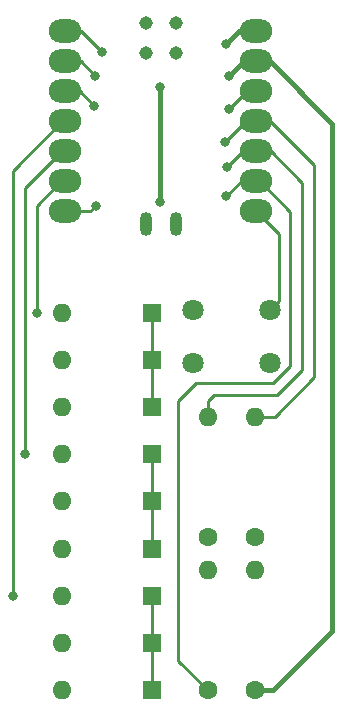
<source format=gtl>
%TF.GenerationSoftware,KiCad,Pcbnew,7.0.7*%
%TF.CreationDate,2024-02-05T11:19:36-08:00*%
%TF.ProjectId,Macro Pad 2 PCB,4d616372-6f20-4506-9164-203220504342,rev?*%
%TF.SameCoordinates,Original*%
%TF.FileFunction,Copper,L1,Top*%
%TF.FilePolarity,Positive*%
%FSLAX46Y46*%
G04 Gerber Fmt 4.6, Leading zero omitted, Abs format (unit mm)*
G04 Created by KiCad (PCBNEW 7.0.7) date 2024-02-05 11:19:36*
%MOMM*%
%LPD*%
G01*
G04 APERTURE LIST*
%TA.AperFunction,ComponentPad*%
%ADD10R,1.600000X1.600000*%
%TD*%
%TA.AperFunction,ComponentPad*%
%ADD11O,1.600000X1.600000*%
%TD*%
%TA.AperFunction,ComponentPad*%
%ADD12C,1.800000*%
%TD*%
%TA.AperFunction,ComponentPad*%
%ADD13C,1.600000*%
%TD*%
%TA.AperFunction,SMDPad,CuDef*%
%ADD14O,2.748280X1.998980*%
%TD*%
%TA.AperFunction,SMDPad,CuDef*%
%ADD15O,1.016000X2.032000*%
%TD*%
%TA.AperFunction,SMDPad,CuDef*%
%ADD16C,1.143000*%
%TD*%
%TA.AperFunction,ViaPad*%
%ADD17C,0.800000*%
%TD*%
%TA.AperFunction,Conductor*%
%ADD18C,0.254000*%
%TD*%
%TA.AperFunction,Conductor*%
%ADD19C,0.381000*%
%TD*%
G04 APERTURE END LIST*
D10*
%TO.P,D7,1,K*%
%TO.N,R0*%
X146280000Y-102000000D03*
D11*
%TO.P,D7,2,A*%
%TO.N,Net-(D7-A)*%
X138660000Y-102000000D03*
%TD*%
D10*
%TO.P,D8,1,K*%
%TO.N,R1*%
X146280000Y-90000000D03*
D11*
%TO.P,D8,2,A*%
%TO.N,Net-(D8-A)*%
X138660000Y-90000000D03*
%TD*%
D12*
%TO.P,SW1,1,A*%
%TO.N,Net-(U1-PB09_A7_D7_RX)*%
X156250000Y-77750000D03*
%TO.P,SW1,2,A*%
X149750000Y-82250000D03*
%TO.P,SW1,3,B*%
%TO.N,Net-(R5-Pad2)*%
X156250000Y-82250000D03*
%TO.P,SW1,4,B*%
X149750000Y-77750000D03*
%TD*%
D10*
%TO.P,D9,1,K*%
%TO.N,R2*%
X146280000Y-78000000D03*
D11*
%TO.P,D9,2,A*%
%TO.N,Net-(D9-A)*%
X138660000Y-78000000D03*
%TD*%
D13*
%TO.P,R2,1*%
%TO.N,+3.3V*%
X151000000Y-97000000D03*
D11*
%TO.P,R2,2*%
%TO.N,C1*%
X151000000Y-86840000D03*
%TD*%
D14*
%TO.P,U1,1,PA02_A0_D0*%
%TO.N,A0*%
X138920000Y-54190000D03*
%TO.P,U1,2,PA4_A1_D1*%
%TO.N,A1*%
X138920000Y-56730000D03*
%TO.P,U1,3,PA10_A2_D2*%
%TO.N,A2*%
X138920000Y-59270000D03*
%TO.P,U1,4,PA11_A3_D3*%
%TO.N,R0*%
X138920000Y-61810000D03*
%TO.P,U1,5,PA8_A4_D4_SDA*%
%TO.N,R1*%
X138920000Y-64350000D03*
%TO.P,U1,6,PA9_A5_D5_SCL*%
%TO.N,R2*%
X138920000Y-66890000D03*
%TO.P,U1,7,PB08_A6_D6_TX*%
%TO.N,DLED*%
X138920000Y-69430000D03*
%TO.P,U1,8,PB09_A7_D7_RX*%
%TO.N,Net-(U1-PB09_A7_D7_RX)*%
X155084560Y-69430000D03*
%TO.P,U1,9,PA7_A8_D8_SCK*%
%TO.N,C2*%
X155084560Y-66890000D03*
%TO.P,U1,10,PA5_A9_D9_MISO*%
%TO.N,C1*%
X155084560Y-64350000D03*
%TO.P,U1,11,PA6_A10_D10_MOSI*%
%TO.N,C0*%
X155084560Y-61810000D03*
%TO.P,U1,12,3V3*%
%TO.N,+3.3V*%
X155084560Y-59270000D03*
%TO.P,U1,13,GND*%
%TO.N,GND*%
X155084560Y-56730000D03*
%TO.P,U1,14,5V*%
%TO.N,+5V*%
X155084560Y-54190000D03*
D15*
%TO.P,U1,15*%
%TO.N,N/C*%
X145786880Y-70507820D03*
%TO.P,U1,16*%
X148336880Y-70507820D03*
D16*
%TO.P,U1,17*%
X145785683Y-53503633D03*
%TO.P,U1,18*%
X148325683Y-53503633D03*
%TO.P,U1,19*%
X145785683Y-56043633D03*
%TO.P,U1,20*%
X148325683Y-56043633D03*
%TD*%
D10*
%TO.P,D2,1,K*%
%TO.N,R1*%
X146280000Y-98000000D03*
D11*
%TO.P,D2,2,A*%
%TO.N,Net-(D2-A)*%
X138660000Y-98000000D03*
%TD*%
D10*
%TO.P,D1,1,K*%
%TO.N,R0*%
X146280000Y-110000000D03*
D11*
%TO.P,D1,2,A*%
%TO.N,Net-(D1-A)*%
X138660000Y-110000000D03*
%TD*%
D10*
%TO.P,D6,1,K*%
%TO.N,R2*%
X146280000Y-82000000D03*
D11*
%TO.P,D6,2,A*%
%TO.N,Net-(D6-A)*%
X138660000Y-82000000D03*
%TD*%
D10*
%TO.P,D3,1,K*%
%TO.N,R2*%
X146280000Y-86000000D03*
D11*
%TO.P,D3,2,A*%
%TO.N,Net-(D3-A)*%
X138660000Y-86000000D03*
%TD*%
D10*
%TO.P,D4,1,K*%
%TO.N,R0*%
X146280000Y-106000000D03*
D11*
%TO.P,D4,2,A*%
%TO.N,Net-(D4-A)*%
X138660000Y-106000000D03*
%TD*%
D13*
%TO.P,R1,1*%
%TO.N,+3.3V*%
X155000000Y-97000000D03*
D11*
%TO.P,R1,2*%
%TO.N,C0*%
X155000000Y-86840000D03*
%TD*%
D13*
%TO.P,R3,1*%
%TO.N,C2*%
X151000000Y-110000000D03*
D11*
%TO.P,R3,2*%
%TO.N,+3.3V*%
X151000000Y-99840000D03*
%TD*%
D13*
%TO.P,R5,1*%
%TO.N,GND*%
X155000000Y-110000000D03*
D11*
%TO.P,R5,2*%
%TO.N,Net-(R5-Pad2)*%
X155000000Y-99840000D03*
%TD*%
D10*
%TO.P,D5,1,K*%
%TO.N,R1*%
X146280000Y-94000000D03*
D11*
%TO.P,D5,2,A*%
%TO.N,Net-(D5-A)*%
X138660000Y-94000000D03*
%TD*%
D17*
%TO.N,R0*%
X134500000Y-102000000D03*
%TO.N,R1*%
X135500000Y-90000000D03*
%TO.N,R2*%
X136500000Y-78000000D03*
%TO.N,+5V*%
X152560000Y-55300000D03*
X146920000Y-58920000D03*
X146920000Y-68680000D03*
%TO.N,GND*%
X152760000Y-58010000D03*
%TO.N,C0*%
X152450000Y-63580000D03*
%TO.N,C1*%
X152660000Y-65710000D03*
%TO.N,C2*%
X152580000Y-68170000D03*
%TO.N,DLED*%
X141500000Y-69000000D03*
%TO.N,A0*%
X142010000Y-55920000D03*
%TO.N,A1*%
X141490000Y-57970000D03*
%TO.N,A2*%
X141370000Y-60490000D03*
%TO.N,+3.3V*%
X152830000Y-60730000D03*
%TD*%
D18*
%TO.N,R0*%
X138690000Y-61810000D02*
X134500000Y-66000000D01*
X134500000Y-66000000D02*
X134500000Y-102000000D01*
X146280000Y-102000000D02*
X146280000Y-106000000D01*
X146280000Y-106000000D02*
X146280000Y-110000000D01*
X138920000Y-61810000D02*
X138690000Y-61810000D01*
%TO.N,R1*%
X138920000Y-64350000D02*
X138650000Y-64350000D01*
X146280000Y-90000000D02*
X146280000Y-94000000D01*
X138650000Y-64350000D02*
X135500000Y-67500000D01*
X146280000Y-94000000D02*
X146280000Y-98000000D01*
X135500000Y-67500000D02*
X135500000Y-90000000D01*
%TO.N,R2*%
X138920000Y-66890000D02*
X138610000Y-66890000D01*
X136500000Y-75500000D02*
X136500000Y-78000000D01*
X146280000Y-82000000D02*
X146280000Y-86000000D01*
X146280000Y-78000000D02*
X146280000Y-82000000D01*
X138610000Y-66890000D02*
X136500000Y-69000000D01*
X136500000Y-69000000D02*
X136500000Y-75500000D01*
D19*
%TO.N,+5V*%
X155084560Y-54190000D02*
X153670000Y-54190000D01*
X153670000Y-54190000D02*
X152560000Y-55300000D01*
X146920000Y-58920000D02*
X146920000Y-68680000D01*
%TO.N,GND*%
X156500000Y-110000000D02*
X161500000Y-105000000D01*
X161500000Y-105000000D02*
X161500000Y-62000000D01*
X156230000Y-56730000D02*
X155084560Y-56730000D01*
X155084560Y-56730000D02*
X154040000Y-56730000D01*
X155000000Y-110000000D02*
X156500000Y-110000000D01*
X161500000Y-62000000D02*
X156230000Y-56730000D01*
X154040000Y-56730000D02*
X152760000Y-58010000D01*
D18*
%TO.N,C0*%
X155084560Y-61810000D02*
X154220000Y-61810000D01*
X155000000Y-86840000D02*
X156660000Y-86840000D01*
X156660000Y-86840000D02*
X160000000Y-83500000D01*
X160000000Y-65500000D02*
X156310000Y-61810000D01*
X160000000Y-83500000D02*
X160000000Y-65500000D01*
X154220000Y-61810000D02*
X152450000Y-63580000D01*
X156310000Y-61810000D02*
X155084560Y-61810000D01*
%TO.N,C1*%
X156840000Y-85000000D02*
X159000000Y-82840000D01*
X155084560Y-64350000D02*
X154020000Y-64350000D01*
X156350000Y-64350000D02*
X155084560Y-64350000D01*
X154020000Y-64350000D02*
X152660000Y-65710000D01*
X159000000Y-82840000D02*
X159000000Y-67000000D01*
X151000000Y-85500000D02*
X151500000Y-85000000D01*
X151000000Y-86840000D02*
X151000000Y-85500000D01*
X159000000Y-67000000D02*
X156350000Y-64350000D01*
X151500000Y-85000000D02*
X156840000Y-85000000D01*
%TO.N,C2*%
X156500000Y-84000000D02*
X150000000Y-84000000D01*
X155084560Y-66890000D02*
X155390000Y-66890000D01*
X150000000Y-84000000D02*
X148500000Y-85500000D01*
X155084560Y-66890000D02*
X153860000Y-66890000D01*
X148500000Y-107500000D02*
X151000000Y-110000000D01*
X155390000Y-66890000D02*
X158000000Y-69500000D01*
X153860000Y-66890000D02*
X152580000Y-68170000D01*
X158000000Y-69500000D02*
X158000000Y-82500000D01*
X148500000Y-85500000D02*
X148500000Y-107500000D01*
X158000000Y-82500000D02*
X156500000Y-84000000D01*
%TO.N,DLED*%
X138920000Y-69430000D02*
X141070000Y-69430000D01*
X141070000Y-69430000D02*
X141500000Y-69000000D01*
%TO.N,A0*%
X140280000Y-54190000D02*
X142010000Y-55920000D01*
X138920000Y-54190000D02*
X140280000Y-54190000D01*
%TO.N,A1*%
X140250000Y-56730000D02*
X141490000Y-57970000D01*
X138920000Y-56730000D02*
X140250000Y-56730000D01*
%TO.N,A2*%
X138920000Y-59270000D02*
X140150000Y-59270000D01*
X140150000Y-59270000D02*
X141370000Y-60490000D01*
%TO.N,+3.3V*%
X154290000Y-59270000D02*
X152830000Y-60730000D01*
X155084560Y-59270000D02*
X154290000Y-59270000D01*
%TO.N,Net-(U1-PB09_A7_D7_RX)*%
X157000000Y-71345440D02*
X157000000Y-77000000D01*
X155084560Y-69430000D02*
X157000000Y-71345440D01*
X157000000Y-77000000D02*
X156250000Y-77750000D01*
%TD*%
M02*

</source>
